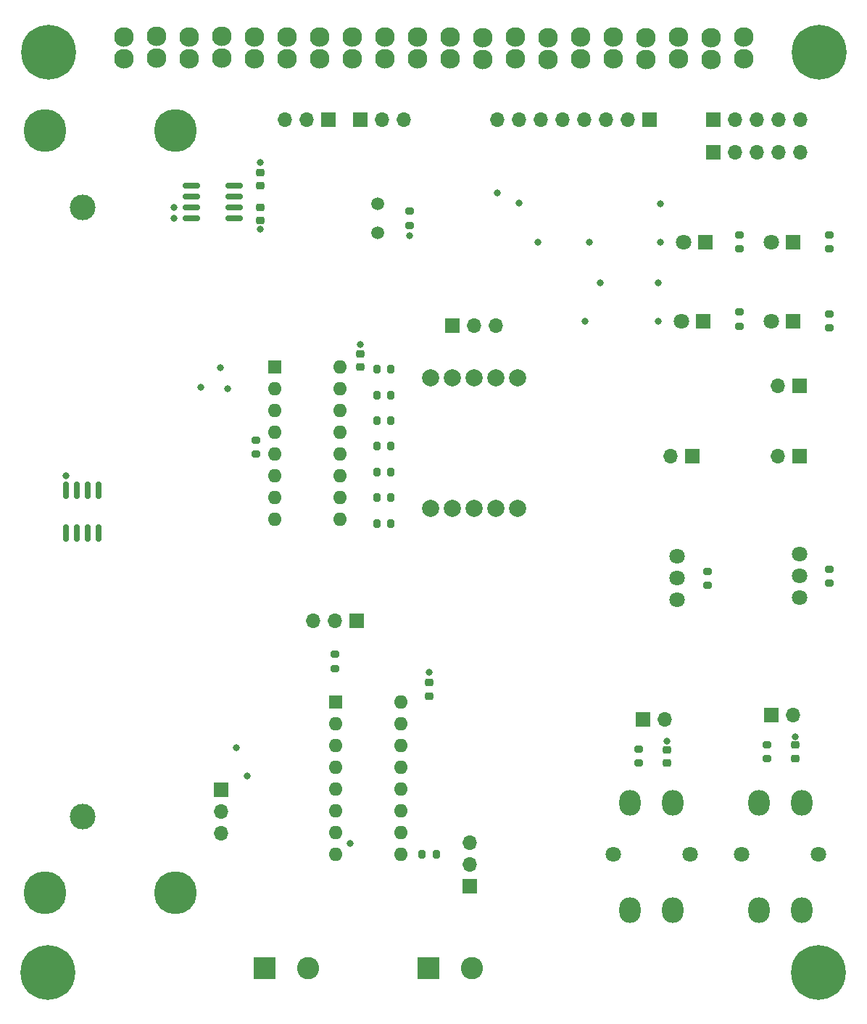
<source format=gbr>
%TF.GenerationSoftware,KiCad,Pcbnew,(6.0.7)*%
%TF.CreationDate,2022-09-06T17:39:21+02:00*%
%TF.ProjectId,myDAQExpansionBoard,6d794441-5145-4787-9061-6e73696f6e42,rev?*%
%TF.SameCoordinates,Original*%
%TF.FileFunction,Soldermask,Top*%
%TF.FilePolarity,Negative*%
%FSLAX46Y46*%
G04 Gerber Fmt 4.6, Leading zero omitted, Abs format (unit mm)*
G04 Created by KiCad (PCBNEW (6.0.7)) date 2022-09-06 17:39:21*
%MOMM*%
%LPD*%
G01*
G04 APERTURE LIST*
G04 Aperture macros list*
%AMRoundRect*
0 Rectangle with rounded corners*
0 $1 Rounding radius*
0 $2 $3 $4 $5 $6 $7 $8 $9 X,Y pos of 4 corners*
0 Add a 4 corners polygon primitive as box body*
4,1,4,$2,$3,$4,$5,$6,$7,$8,$9,$2,$3,0*
0 Add four circle primitives for the rounded corners*
1,1,$1+$1,$2,$3*
1,1,$1+$1,$4,$5*
1,1,$1+$1,$6,$7*
1,1,$1+$1,$8,$9*
0 Add four rect primitives between the rounded corners*
20,1,$1+$1,$2,$3,$4,$5,0*
20,1,$1+$1,$4,$5,$6,$7,0*
20,1,$1+$1,$6,$7,$8,$9,0*
20,1,$1+$1,$8,$9,$2,$3,0*%
G04 Aperture macros list end*
%ADD10RoundRect,0.200000X-0.200000X-0.275000X0.200000X-0.275000X0.200000X0.275000X-0.200000X0.275000X0*%
%ADD11C,6.400000*%
%ADD12C,0.800000*%
%ADD13R,1.800000X1.800000*%
%ADD14C,1.800000*%
%ADD15O,2.500000X3.000000*%
%ADD16RoundRect,0.225000X0.250000X-0.225000X0.250000X0.225000X-0.250000X0.225000X-0.250000X-0.225000X0*%
%ADD17R,1.700000X1.700000*%
%ADD18O,1.700000X1.700000*%
%ADD19RoundRect,0.200000X-0.275000X0.200000X-0.275000X-0.200000X0.275000X-0.200000X0.275000X0.200000X0*%
%ADD20R,2.600000X2.600000*%
%ADD21C,2.600000*%
%ADD22RoundRect,0.225000X-0.250000X0.225000X-0.250000X-0.225000X0.250000X-0.225000X0.250000X0.225000X0*%
%ADD23RoundRect,0.200000X0.200000X0.275000X-0.200000X0.275000X-0.200000X-0.275000X0.200000X-0.275000X0*%
%ADD24C,2.300000*%
%ADD25RoundRect,0.150000X-0.825000X-0.150000X0.825000X-0.150000X0.825000X0.150000X-0.825000X0.150000X0*%
%ADD26R,1.600000X1.600000*%
%ADD27O,1.600000X1.600000*%
%ADD28C,1.500000*%
%ADD29C,2.000000*%
%ADD30RoundRect,0.200000X0.275000X-0.200000X0.275000X0.200000X-0.275000X0.200000X-0.275000X-0.200000X0*%
%ADD31RoundRect,0.150000X-0.150000X0.825000X-0.150000X-0.825000X0.150000X-0.825000X0.150000X0.825000X0*%
%ADD32C,5.000000*%
%ADD33C,3.000000*%
G04 APERTURE END LIST*
D10*
%TO.C,R11*%
X83407500Y-99600000D03*
X85057500Y-99600000D03*
%TD*%
D11*
%TO.C,H1*%
X135064466Y-50564466D03*
D12*
X133367410Y-52261522D03*
X135064466Y-48164466D03*
X136761522Y-52261522D03*
X133367410Y-48867410D03*
X132664466Y-50564466D03*
X136761522Y-48867410D03*
X137464466Y-50564466D03*
X135064466Y-52964466D03*
%TD*%
D13*
%TO.C,D4*%
X132025000Y-81975000D03*
D14*
X129485000Y-81975000D03*
%TD*%
%TO.C,SW1*%
X120000000Y-144250000D03*
X111000000Y-144250000D03*
D15*
X113000000Y-150750000D03*
X113000000Y-138250000D03*
X118000000Y-150750000D03*
X118000000Y-138250000D03*
%TD*%
D16*
%TO.C,CD2*%
X132250000Y-133025000D03*
X132250000Y-131475000D03*
%TD*%
D17*
%TO.C,JP5*%
X132750000Y-89500000D03*
D18*
X130210000Y-89500000D03*
%TD*%
D16*
%TO.C,C3*%
X89525000Y-125750000D03*
X89525000Y-124200000D03*
%TD*%
D14*
%TO.C,SW4*%
X132750000Y-114290000D03*
X132750000Y-111750000D03*
X132750000Y-109210000D03*
%TD*%
D17*
%TO.C,JP10*%
X81450000Y-58500000D03*
D18*
X83990000Y-58500000D03*
X86530000Y-58500000D03*
%TD*%
D19*
%TO.C,R3*%
X129000000Y-131425000D03*
X129000000Y-133075000D03*
%TD*%
D17*
%TO.C,JP1*%
X114475000Y-128500000D03*
D18*
X117015000Y-128500000D03*
%TD*%
D17*
%TO.C,J2*%
X122675000Y-58500000D03*
D18*
X125215000Y-58500000D03*
X127755000Y-58500000D03*
X130295000Y-58500000D03*
X132835000Y-58500000D03*
%TD*%
D14*
%TO.C,SW2*%
X135000000Y-144250000D03*
X126000000Y-144250000D03*
D15*
X128000000Y-138250000D03*
X128000000Y-150750000D03*
X133000000Y-150750000D03*
X133000000Y-138250000D03*
%TD*%
D17*
%TO.C,JP14*%
X65250000Y-136725000D03*
D18*
X65250000Y-139265000D03*
X65250000Y-141805000D03*
%TD*%
D20*
%TO.C,J6*%
X89455000Y-157555000D03*
D21*
X94535000Y-157555000D03*
%TD*%
D22*
%TO.C,C4*%
X69750000Y-68725000D03*
X69750000Y-70275000D03*
%TD*%
D13*
%TO.C,D2*%
X132025000Y-72750000D03*
D14*
X129485000Y-72750000D03*
%TD*%
D23*
%TO.C,R21*%
X90350000Y-144225000D03*
X88700000Y-144225000D03*
%TD*%
D10*
%TO.C,R13*%
X83407500Y-102600000D03*
X85057500Y-102600000D03*
%TD*%
%TO.C,R8*%
X83407500Y-93600000D03*
X85057500Y-93600000D03*
%TD*%
D11*
%TO.C,H4*%
X45064466Y-50564466D03*
D12*
X42664466Y-50564466D03*
X46761522Y-52261522D03*
X45064466Y-48164466D03*
X43367410Y-52261522D03*
X45064466Y-52964466D03*
X47464466Y-50564466D03*
X46761522Y-48867410D03*
X43367410Y-48867410D03*
%TD*%
D14*
%TO.C,SW3*%
X118500000Y-114540000D03*
X118500000Y-112000000D03*
X118500000Y-109460000D03*
%TD*%
D17*
%TO.C,JP12*%
X81025000Y-116975000D03*
D18*
X78485000Y-116975000D03*
X75945000Y-116975000D03*
%TD*%
D17*
%TO.C,JP2*%
X129475000Y-128000000D03*
D18*
X132015000Y-128000000D03*
%TD*%
D24*
%TO.C,J1*%
X53905000Y-51340000D03*
X53905000Y-48800000D03*
X53905000Y-51340000D03*
X57715000Y-51300000D03*
X57715000Y-48760000D03*
X57715000Y-51300000D03*
X61525000Y-51340000D03*
X61525000Y-48800000D03*
X61525000Y-51340000D03*
X65335000Y-48760000D03*
X65335000Y-51300000D03*
X65335000Y-51300000D03*
X69145000Y-51380000D03*
X69145000Y-48840000D03*
X69145000Y-51380000D03*
X72955000Y-48800000D03*
X72955000Y-51340000D03*
X72955000Y-51340000D03*
X76765000Y-51380000D03*
X76765000Y-51380000D03*
X76765000Y-48840000D03*
X80575000Y-51340000D03*
X80575000Y-48800000D03*
X80575000Y-51340000D03*
X84385000Y-48800000D03*
X84385000Y-51340000D03*
X84385000Y-51340000D03*
X88195000Y-51380000D03*
X88195000Y-51380000D03*
X88195000Y-48840000D03*
X92005000Y-48800000D03*
X92005000Y-51340000D03*
X92005000Y-51340000D03*
X95815000Y-51420000D03*
X95815000Y-51420000D03*
X95815000Y-48880000D03*
X99625000Y-51380000D03*
X99625000Y-51380000D03*
X99625000Y-48840000D03*
X103435000Y-51420000D03*
X103435000Y-48880000D03*
X103435000Y-51420000D03*
X107245000Y-51380000D03*
X107245000Y-51380000D03*
X107245000Y-48840000D03*
X111055000Y-48800000D03*
X111055000Y-51340000D03*
X111055000Y-51340000D03*
X114865000Y-51420000D03*
X114865000Y-48880000D03*
X114865000Y-51420000D03*
X118675000Y-51380000D03*
X118675000Y-51380000D03*
X118675000Y-48840000D03*
X122485000Y-51420000D03*
X122485000Y-51420000D03*
X122485000Y-48880000D03*
X126295000Y-48840000D03*
X126295000Y-51380000D03*
X126295000Y-51380000D03*
%TD*%
D25*
%TO.C,U3*%
X61775000Y-66185000D03*
X61775000Y-67455000D03*
X61775000Y-68725000D03*
X61775000Y-69995000D03*
X66725000Y-69995000D03*
X66725000Y-68725000D03*
X66725000Y-67455000D03*
X66725000Y-66185000D03*
%TD*%
D17*
%TO.C,JP9*%
X92225000Y-82500000D03*
D18*
X94765000Y-82500000D03*
X97305000Y-82500000D03*
%TD*%
D26*
%TO.C,U1*%
X71517500Y-87375000D03*
D27*
X71517500Y-89915000D03*
X71517500Y-92455000D03*
X71517500Y-94995000D03*
X71517500Y-97535000D03*
X71517500Y-100075000D03*
X71517500Y-102615000D03*
X71517500Y-105155000D03*
X79137500Y-105155000D03*
X79137500Y-102615000D03*
X79137500Y-100075000D03*
X79137500Y-97535000D03*
X79137500Y-94995000D03*
X79137500Y-92455000D03*
X79137500Y-89915000D03*
X79137500Y-87375000D03*
%TD*%
D28*
%TO.C,R18*%
X83500000Y-71700000D03*
X83500000Y-68300000D03*
%TD*%
D17*
%TO.C,JP3*%
X120250000Y-97750000D03*
D18*
X117710000Y-97750000D03*
%TD*%
D19*
%TO.C,R20*%
X78525000Y-120900000D03*
X78525000Y-122550000D03*
%TD*%
D16*
%TO.C,CD1*%
X117250000Y-133575000D03*
X117250000Y-132025000D03*
%TD*%
D19*
%TO.C,R1*%
X125750000Y-71925000D03*
X125750000Y-73575000D03*
%TD*%
D16*
%TO.C,C1*%
X81500000Y-87375000D03*
X81500000Y-85825000D03*
%TD*%
D26*
%TO.C,U5*%
X78555000Y-126445000D03*
D27*
X78555000Y-128985000D03*
X78555000Y-131525000D03*
X78555000Y-134065000D03*
X78555000Y-136605000D03*
X78555000Y-139145000D03*
X78555000Y-141685000D03*
X78555000Y-144225000D03*
X86175000Y-144225000D03*
X86175000Y-141685000D03*
X86175000Y-139145000D03*
X86175000Y-136605000D03*
X86175000Y-134065000D03*
X86175000Y-131525000D03*
X86175000Y-128985000D03*
X86175000Y-126445000D03*
%TD*%
D29*
%TO.C,U2*%
X89670000Y-103870000D03*
X92210000Y-103870000D03*
X94750000Y-103870000D03*
X97290000Y-103870000D03*
X99830000Y-103870000D03*
X99830000Y-88630000D03*
X97290000Y-88630000D03*
X94750000Y-88630000D03*
X92210000Y-88630000D03*
X89670000Y-88630000D03*
%TD*%
D11*
%TO.C,H2*%
X135000000Y-158000000D03*
D12*
X132600000Y-158000000D03*
X133302944Y-156302944D03*
X136697056Y-156302944D03*
X135000000Y-155600000D03*
X137400000Y-158000000D03*
X136697056Y-159697056D03*
X133302944Y-159697056D03*
X135000000Y-160400000D03*
%TD*%
D17*
%TO.C,JP13*%
X94250000Y-148000000D03*
D18*
X94250000Y-145460000D03*
X94250000Y-142920000D03*
%TD*%
D30*
%TO.C,R4*%
X122000000Y-112825000D03*
X122000000Y-111175000D03*
%TD*%
D16*
%TO.C,C2*%
X69750000Y-66185000D03*
X69750000Y-64635000D03*
%TD*%
D17*
%TO.C,JP11*%
X77775000Y-58500000D03*
D18*
X75235000Y-58500000D03*
X72695000Y-58500000D03*
%TD*%
D31*
%TO.C,U4*%
X50905000Y-101770000D03*
X49635000Y-101770000D03*
X48365000Y-101770000D03*
X47095000Y-101770000D03*
X47095000Y-106720000D03*
X48365000Y-106720000D03*
X49635000Y-106720000D03*
X50905000Y-106720000D03*
%TD*%
D13*
%TO.C,D1*%
X121775000Y-72750000D03*
D14*
X119235000Y-72750000D03*
%TD*%
D11*
%TO.C,H3*%
X45000000Y-158000000D03*
D12*
X47400000Y-158000000D03*
X45000000Y-160400000D03*
X42600000Y-158000000D03*
X46697056Y-159697056D03*
X46697056Y-156302944D03*
X43302944Y-156302944D03*
X45000000Y-155600000D03*
X43302944Y-159697056D03*
%TD*%
D32*
%TO.C,J8*%
X44600000Y-148750000D03*
X59900000Y-148750000D03*
%TD*%
D10*
%TO.C,R14*%
X83407500Y-105600000D03*
X85057500Y-105600000D03*
%TD*%
D17*
%TO.C,JP4*%
X132750000Y-97750000D03*
D18*
X130210000Y-97750000D03*
%TD*%
D33*
%TO.C,R17*%
X49000000Y-139810000D03*
X49000000Y-68690000D03*
%TD*%
D10*
%TO.C,R15*%
X83407500Y-87600000D03*
X85057500Y-87600000D03*
%TD*%
D19*
%TO.C,R12*%
X69300000Y-95875000D03*
X69300000Y-97525000D03*
%TD*%
%TO.C,R10*%
X136250000Y-81150000D03*
X136250000Y-82800000D03*
%TD*%
%TO.C,R6*%
X136250000Y-110925000D03*
X136250000Y-112575000D03*
%TD*%
D10*
%TO.C,R16*%
X83407500Y-90600000D03*
X85057500Y-90600000D03*
%TD*%
D13*
%TO.C,D3*%
X121525000Y-82000000D03*
D14*
X118985000Y-82000000D03*
%TD*%
D19*
%TO.C,R5*%
X136225000Y-71925000D03*
X136225000Y-73575000D03*
%TD*%
%TO.C,R19*%
X87250000Y-69175000D03*
X87250000Y-70825000D03*
%TD*%
D32*
%TO.C,J5*%
X59900000Y-59750000D03*
X44600000Y-59750000D03*
%TD*%
D17*
%TO.C,J3*%
X122675000Y-62250000D03*
D18*
X125215000Y-62250000D03*
X127755000Y-62250000D03*
X130295000Y-62250000D03*
X132835000Y-62250000D03*
%TD*%
D17*
%TO.C,J7*%
X115250000Y-58450000D03*
D18*
X112710000Y-58450000D03*
X110170000Y-58450000D03*
X107630000Y-58450000D03*
X105090000Y-58450000D03*
X102550000Y-58450000D03*
X100010000Y-58450000D03*
X97470000Y-58450000D03*
%TD*%
D10*
%TO.C,R9*%
X83407500Y-96600000D03*
X85057500Y-96600000D03*
%TD*%
D19*
%TO.C,R7*%
X125750000Y-80925000D03*
X125750000Y-82575000D03*
%TD*%
%TO.C,R2*%
X114000000Y-131925000D03*
X114000000Y-133575000D03*
%TD*%
D20*
%TO.C,J4*%
X70260000Y-157555000D03*
D21*
X75340000Y-157555000D03*
%TD*%
D12*
X59750000Y-68750000D03*
X47100000Y-100000000D03*
X59750000Y-70000000D03*
X89500000Y-123000000D03*
X69750000Y-71250000D03*
X117250000Y-131000000D03*
X69750000Y-63500000D03*
X132250000Y-130500000D03*
X87250000Y-72000000D03*
X81500000Y-84700000D03*
X108250000Y-72750000D03*
X97470000Y-67030000D03*
X116500000Y-72750000D03*
X102250000Y-72750000D03*
X62800000Y-89700000D03*
X65100000Y-87400000D03*
X116500000Y-68250000D03*
X100010000Y-68240000D03*
X67000000Y-131800000D03*
X68300000Y-135100000D03*
X116250000Y-82000000D03*
X80300000Y-143000000D03*
X107750000Y-82000000D03*
X66000000Y-89900000D03*
X109500000Y-77500000D03*
X116250000Y-77500000D03*
M02*

</source>
